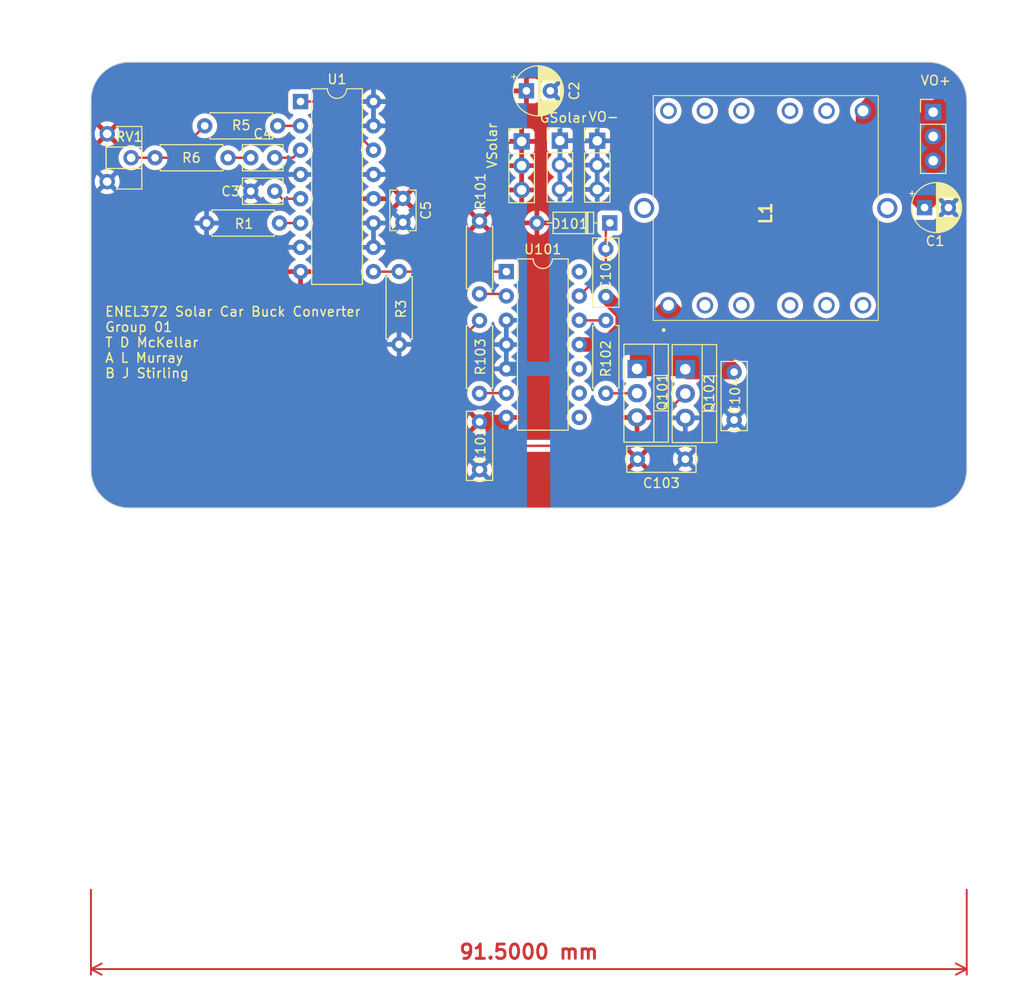
<source format=kicad_pcb>
(kicad_pcb (version 20221018) (generator pcbnew)
  (layers (0 "F.Cu" signal) (31 "B.Cu" signal) (34 "B.Paste" user) (35 "F.Paste" user) (36 "B.SilkS" user "B.Silkscreen") (37 "F.SilkS" user "F.Silkscreen") (38 "B.Mask" user) (39 "F.Mask" user) (44 "Edge.Cuts" user))
  (net 0 "")
  (net 1 "VCC")
  (net 2 "GND")
  (net 3 "Net-(U1-CT)")
  (net 4 "Net-(C4-Pad1)")
  (net 5 "Net-(U1-FB)")
  (net 6 "/VO+")
  (net 7 "HighPWM")
  (net 8 "LowPWM")
  (net 9 "Net-(U1-RT)")
  (net 10 "Net-(U1-E1)")
  (net 11 "Net-(R5-Pad1)")
  (net 12 "Net-(U1-1IN-)")
  (net 13 "Net-(U101-~{SD})")
  (net 14 "Net-(U1-1IN+)")
  (net 19 "/HO")
  (net 20 "/LO")
  (net 21 "/Inductor_In")
  (net 22 "/VB")
  (net 23 "/VS")
  (footprint "CustomFootprints:B65812C1512T001" (layer "F.Cu") (at 248.94 69.605 -90)
    (fp_text reference "L1" (at -9.605 -10.16 90) (layer "F.SilkS") (effects (font (size 1.27 1.27) (thickness 0.254))))
    (fp_text value "94u" hide)
    (pad "1" thru_hole circle (at 0 0 270) (size 1.725 1.725) (drill 1.15) (layers "*.Cu" "*.Mask") (net 21 "/Inductor_In"))
    (pad "2" thru_hole circle (at -20.32 -20.32 270) (size 1.725 1.725) (drill 1.15) (layers "*.Cu" "*.Mask") (net 6 "/VO+"))
    (pad "3" thru_hole circle (at 0 -7.62 270) (size 1.725 1.725) (drill 1.15) (layers "*.Cu" "*.Mask"))
    (pad "4" thru_hole circle (at 0 -12.7 270) (size 1.725 1.725) (drill 1.15) (layers "*.Cu" "*.Mask"))
    (pad "5" thru_hole circle (at 0 -16.51 270) (size 1.725 1.725) (drill 1.15) (layers "*.Cu" "*.Mask"))
    (pad "6" thru_hole circle (at 0 -20.32 270) (size 1.725 1.725) (drill 1.15) (layers "*.Cu" "*.Mask"))
    (pad "7" thru_hole circle (at 0 -3.81 270) (size 1.725 1.725) (drill 1.15) (layers "*.Cu" "*.Mask"))
    (pad "8" thru_hole circle (at -20.32 -16.51 270) (size 1.725 1.725) (drill 1.15) (layers "*.Cu" "*.Mask"))
    (pad "9" thru_hole circle (at -20.32 -12.7 270) (size 1.725 1.725) (drill 1.15) (layers "*.Cu" "*.Mask"))
    (pad "10" thru_hole circle (at -20.32 -7.62 270) (size 1.725 1.725) (drill 1.15) (layers "*.Cu" "*.Mask"))
    (pad "11" thru_hole circle (at -20.32 -3.81 270) (size 1.725 1.725) (drill 1.15) (layers "*.Cu" "*.Mask"))
    (pad "12" thru_hole circle (at -20.32 0 270) (size 1.725 1.725) (drill 1.15) (layers "*.Cu" "*.Mask"))
    (pad "MH1" thru_hole circle (at -10.16 2.54 270) (size 2.1 2.1) (drill 1.4) (layers "*.Cu" "*.Mask"))
    (pad "MH2" thru_hole circle (at -10.16 -22.86 270) (size 2.1 2.1) (drill 1.4) (layers "*.Cu" "*.Mask"))
  )
  (footprint "Resistor_THT:R_Axial_DIN0207_L6.3mm_D2.5mm_P7.62mm_Horizontal" (layer "F.Cu") (at 208.3 61.015 180)
    (fp_text reference "R1" (at 3.7 -0.085) (layer "F.SilkS"))
    (fp_text value "12k")
    (pad "1" thru_hole circle (at 0 0 180) (size 1.6 1.6) (drill 0.8) (layers "*.Cu" "*.Mask") (net 9 "Net-(U1-RT)"))
    (pad "2" thru_hole oval (at 7.62 0 180) (size 1.6 1.6) (drill 0.8) (layers "*.Cu" "*.Mask") (net 2 "GND"))
  )
  (footprint "Capacitor_THT:C_Rect_L7.0mm_W2.5mm_P5.00mm" (layer "F.Cu") (at 250.7 85.7 180)
    (fp_text reference "C103" (at 2.5 -2.5) (layer "F.SilkS"))
    (fp_text value "100n")
    (pad "1" thru_hole circle (at 0 0 180) (size 1.6 1.6) (drill 0.8) (layers "*.Cu" "*.Mask") (net 2 "GND"))
    (pad "2" thru_hole circle (at 5 0 180) (size 1.6 1.6) (drill 0.8) (layers "*.Cu" "*.Mask") (net 1 "VCC"))
  )
  (footprint "Capacitor_THT:CP_Radial_D5.0mm_P2.50mm" (layer "F.Cu") (at 275.694888 59.4)
    (fp_text reference "C1" (at 1.1 3.5 180) (layer "F.SilkS"))
    (fp_text value "16u")
    (pad "1" thru_hole rect (at 0 0) (size 1.6 1.6) (drill 0.8) (layers "*.Cu" "*.Mask") (net 6 "/VO+"))
    (pad "2" thru_hole circle (at 2.5 0) (size 1.6 1.6) (drill 0.8) (layers "*.Cu" "*.Mask") (net 2 "GND"))
  )
  (footprint "Package_TO_SOT_THT:TO-220-3_Vertical" (layer "F.Cu") (at 250.7 76.3 -90)
    (fp_text reference "Q102" (at 2.54 -2.5 90) (layer "F.SilkS"))
    (fp_text value "NMOS")
    (pad "1" thru_hole rect (at 0 0 270) (size 1.905 2) (drill 1.1) (layers "*.Cu" "*.Mask") (net 21 "/Inductor_In"))
    (pad "2" thru_hole oval (at 2.54 0 270) (size 1.905 2) (drill 1.1) (layers "*.Cu" "*.Mask") (net 8 "LowPWM"))
    (pad "3" thru_hole oval (at 5.08 0 270) (size 1.905 2) (drill 1.1) (layers "*.Cu" "*.Mask") (net 2 "GND"))
  )
  (footprint "Capacitor_THT:C_Rect_L7.0mm_W2.5mm_P5.00mm" (layer "F.Cu") (at 229.2 81.8 -90)
    (fp_text reference "C102" (at 2.5 -0.1 90) (layer "F.SilkS"))
    (fp_text value "Capacitor_THT:C_Rect_L4.0mm_W2.5mm_P2.50mm")
    (pad "1" thru_hole circle (at 0 0 270) (size 1.6 1.6) (drill 0.8) (layers "*.Cu" "*.Mask") (net 1 "VCC"))
    (pad "2" thru_hole circle (at 5 0 270) (size 1.6 1.6) (drill 0.8) (layers "*.Cu" "*.Mask") (net 2 "GND"))
  )
  (footprint "Capacitor_THT:C_Rect_L7.0mm_W2.5mm_P5.00mm" (layer "F.Cu") (at 242.4 63.7 -90)
    (fp_text reference "C101" (at 2.4 0 90) (layer "F.SilkS"))
    (fp_text value "10n")
    (pad "1" thru_hole circle (at 0 0 270) (size 1.6 1.6) (drill 0.8) (layers "*.Cu" "*.Mask") (net 22 "/VB"))
    (pad "2" thru_hole circle (at 5 0 270) (size 1.6 1.6) (drill 0.8) (layers "*.Cu" "*.Mask") (net 23 "/VS"))
  )
  (footprint "Resistor_THT:R_Axial_DIN0207_L6.3mm_D2.5mm_P7.62mm_Horizontal" (layer "F.Cu") (at 200.49 50.855)
    (fp_text reference "R5" (at 3.81 -0.055) (layer "F.SilkS"))
    (fp_text value "R")
    (pad "1" thru_hole circle (at 0 0) (size 1.6 1.6) (drill 0.8) (layers "*.Cu" "*.Mask") (net 11 "Net-(R5-Pad1)"))
    (pad "2" thru_hole oval (at 7.62 0) (size 1.6 1.6) (drill 0.8) (layers "*.Cu" "*.Mask") (net 12 "Net-(U1-1IN-)"))
  )
  (footprint "Package_DIP:DIP-14_W7.62mm" (layer "F.Cu") (at 232 66.095)
    (fp_text reference "U101" (at 3.81 -2.33) (layer "F.SilkS"))
    (fp_text value "IRS21844")
    (pad "1" thru_hole rect (at 0 0) (size 1.6 1.6) (drill 0.8) (layers "*.Cu" "*.Mask") (net 10 "Net-(U1-E1)"))
    (pad "2" thru_hole oval (at 0 2.54) (size 1.6 1.6) (drill 0.8) (layers "*.Cu" "*.Mask") (net 13 "Net-(U101-~{SD})"))
    (pad "3" thru_hole oval (at 0 5.08) (size 1.6 1.6) (drill 0.8) (layers "*.Cu" "*.Mask") (net 2 "GND"))
    (pad "4" thru_hole oval (at 0 7.62) (size 1.6 1.6) (drill 0.8) (layers "*.Cu" "*.Mask") (net 2 "GND"))
    (pad "5" thru_hole oval (at 0 10.16) (size 1.6 1.6) (drill 0.8) (layers "*.Cu" "*.Mask") (net 2 "GND"))
    (pad "6" thru_hole oval (at 0 12.7) (size 1.6 1.6) (drill 0.8) (layers "*.Cu" "*.Mask") (net 20 "/LO"))
    (pad "7" thru_hole oval (at 0 15.24) (size 1.6 1.6) (drill 0.8) (layers "*.Cu" "*.Mask") (net 1 "VCC"))
    (pad "8" thru_hole oval (at 7.62 15.24) (size 1.6 1.6) (drill 0.8) (layers "*.Cu" "*.Mask"))
    (pad "9" thru_hole oval (at 7.62 12.7) (size 1.6 1.6) (drill 0.8) (layers "*.Cu" "*.Mask"))
    (pad "10" thru_hole oval (at 7.62 10.16) (size 1.6 1.6) (drill 0.8) (layers "*.Cu" "*.Mask"))
    (pad "11" thru_hole oval (at 7.62 7.62) (size 1.6 1.6) (drill 0.8) (layers "*.Cu" "*.Mask") (net 23 "/VS"))
    (pad "12" thru_hole oval (at 7.62 5.08) (size 1.6 1.6) (drill 0.8) (layers "*.Cu" "*.Mask") (net 19 "/HO"))
    (pad "13" thru_hole oval (at 7.62 2.54) (size 1.6 1.6) (drill 0.8) (layers "*.Cu" "*.Mask") (net 22 "/VB"))
    (pad "14" thru_hole oval (at 7.62 0) (size 1.6 1.6) (drill 0.8) (layers "*.Cu" "*.Mask"))
  )
  (footprint "Capacitor_THT:C_Rect_L4.0mm_W2.5mm_P2.50mm" (layer "F.Cu") (at 221.2 60.94 90)
    (fp_text reference "C5" (at 1.25 2.4 90) (layer "F.SilkS"))
    (fp_text value "100n")
    (pad "1" thru_hole circle (at 0 0 90) (size 1.6 1.6) (drill 0.8) (layers "*.Cu" "*.Mask") (net 2 "GND"))
    (pad "2" thru_hole circle (at 2.5 0 90) (size 1.6 1.6) (drill 0.8) (layers "*.Cu" "*.Mask") (net 1 "VCC"))
  )
  (footprint "Resistor_THT:R_Axial_DIN0207_L6.3mm_D2.5mm_P7.62mm_Horizontal" (layer "F.Cu") (at 220.8 66.08 -90)
    (fp_text reference "R3" (at 3.92 -0.2 90) (layer "F.SilkS"))
    (fp_text value "R")
    (pad "1" thru_hole circle (at 0 0 270) (size 1.6 1.6) (drill 0.8) (layers "*.Cu" "*.Mask") (net 10 "Net-(U1-E1)"))
    (pad "2" thru_hole oval (at 7.62 0 270) (size 1.6 1.6) (drill 0.8) (layers "*.Cu" "*.Mask") (net 2 "GND"))
  )
  (footprint "Capacitor_THT:C_Rect_L7.0mm_W2.5mm_P5.00mm" (layer "F.Cu") (at 255.8 76.6 -90)
    (fp_text reference "C104" (at 2.5 -0.1 90) (layer "F.SilkS"))
    (fp_text value "100n")
    (pad "1" thru_hole circle (at 0 0 270) (size 1.6 1.6) (drill 0.8) (layers "*.Cu" "*.Mask") (net 21 "/Inductor_In"))
    (pad "2" thru_hole circle (at 5 0 270) (size 1.6 1.6) (drill 0.8) (layers "*.Cu" "*.Mask") (net 2 "GND"))
  )
  (footprint "Resistor_THT:R_Axial_DIN0207_L6.3mm_D2.5mm_P7.62mm_Horizontal" (layer "F.Cu") (at 229.2 60.8 -90)
    (fp_text reference "R101" (at -3.1 -0.1 90) (layer "F.SilkS"))
    (fp_text value "10k")
    (pad "1" thru_hole circle (at 0 0 270) (size 1.6 1.6) (drill 0.8) (layers "*.Cu" "*.Mask") (net 1 "VCC"))
    (pad "2" thru_hole oval (at 7.62 0 270) (size 1.6 1.6) (drill 0.8) (layers "*.Cu" "*.Mask") (net 13 "Net-(U101-~{SD})"))
  )
  (footprint "Connector_PinHeader_2.54mm:PinHeader_1x03_P2.54mm_Vertical" (layer "F.Cu") (at 237.6 52.4)
    (fp_text reference "J101" hide)
    (fp_text value "Conn_01x03")
    (pad "1" thru_hole rect (at 0 0) (size 1.7 1.7) (drill 1) (layers "*.Cu" "*.Mask") (net 2 "GND"))
    (pad "2" thru_hole oval (at 0 2.54) (size 1.7 1.7) (drill 1) (layers "*.Cu" "*.Mask") (net 2 "GND"))
    (pad "3" thru_hole oval (at 0 5.08) (size 1.7 1.7) (drill 1) (layers "*.Cu" "*.Mask") (net 2 "GND"))
  )
  (footprint "Resistor_THT:R_Axial_DIN0207_L6.3mm_D2.5mm_P7.62mm_Horizontal" (layer "F.Cu") (at 242.4 71.19 -90)
    (fp_text reference "R102" (at 4.01 0 90) (layer "F.SilkS"))
    (fp_text value "10")
    (pad "1" thru_hole circle (at 0 0 270) (size 1.6 1.6) (drill 0.8) (layers "*.Cu" "*.Mask") (net 19 "/HO"))
    (pad "2" thru_hole oval (at 7.62 0 270) (size 1.6 1.6) (drill 0.8) (layers "*.Cu" "*.Mask") (net 7 "HighPWM"))
  )
  (footprint "Capacitor_THT:C_Rect_L4.0mm_W2.5mm_P2.50mm" (layer "F.Cu") (at 207.8 57.69 180)
    (fp_text reference "C3" (at 4.6 -0.01) (layer "F.SilkS"))
    (fp_text value "1n")
    (pad "1" thru_hole circle (at 0 0 180) (size 1.6 1.6) (drill 0.8) (layers "*.Cu" "*.Mask") (net 3 "Net-(U1-CT)"))
    (pad "2" thru_hole circle (at 2.5 0 180) (size 1.6 1.6) (drill 0.8) (layers "*.Cu" "*.Mask") (net 2 "GND"))
  )
  (footprint "Diode_THT:D_DO-35_SOD27_P7.62mm_Horizontal" (layer "F.Cu") (at 242.81 61 180)
    (fp_text reference "D101" (at 4.21 -0.1) (layer "F.SilkS"))
    (fp_text value "UC_D_SCHOTTKY")
    (fp_text user "K" (at 0 -1.8) (layer "F.SilkS"))
    (pad "1" thru_hole rect (at 0 0 180) (size 1.6 1.6) (drill 0.8) (layers "*.Cu" "*.Mask") (net 22 "/VB"))
    (pad "2" thru_hole oval (at 7.62 0 180) (size 1.6 1.6) (drill 0.8) (layers "*.Cu" "*.Mask") (net 1 "VCC"))
  )
  (footprint "Resistor_THT:R_Axial_DIN0207_L6.3mm_D2.5mm_P7.62mm_Horizontal" (layer "F.Cu") (at 195.3 54.19)
    (fp_text reference "R6" (at 3.8 0.01) (layer "F.SilkS"))
    (fp_text value "R")
    (pad "1" thru_hole circle (at 0 0) (size 1.6 1.6) (drill 0.8) (layers "*.Cu" "*.Mask") (net 11 "Net-(R5-Pad1)"))
    (pad "2" thru_hole oval (at 7.62 0) (size 1.6 1.6) (drill 0.8) (layers "*.Cu" "*.Mask") (net 4 "Net-(C4-Pad1)"))
  )
  (footprint "Package_DIP:DIP-16_W7.62mm" (layer "F.Cu") (at 210.5 48.315)
    (fp_text reference "U1" (at 3.81 -2.33) (layer "F.SilkS"))
    (fp_text value "TL494")
    (pad "1" thru_hole rect (at 0 0) (size 1.6 1.6) (drill 0.8) (layers "*.Cu" "*.Mask") (net 14 "Net-(U1-1IN+)"))
    (pad "2" thru_hole oval (at 0 2.54) (size 1.6 1.6) (drill 0.8) (layers "*.Cu" "*.Mask") (net 12 "Net-(U1-1IN-)"))
    (pad "3" thru_hole oval (at 0 5.08) (size 1.6 1.6) (drill 0.8) (layers "*.Cu" "*.Mask") (net 5 "Net-(U1-FB)"))
    (pad "4" thru_hole oval (at 0 7.62) (size 1.6 1.6) (drill 0.8) (layers "*.Cu" "*.Mask") (net 2 "GND"))
    (pad "5" thru_hole oval (at 0 10.16) (size 1.6 1.6) (drill 0.8) (layers "*.Cu" "*.Mask") (net 3 "Net-(U1-CT)"))
    (pad "6" thru_hole oval (at 0 12.7) (size 1.6 1.6) (drill 0.8) (layers "*.Cu" "*.Mask") (net 9 "Net-(U1-RT)"))
    (pad "7" thru_hole oval (at 0 15.24) (size 1.6 1.6) (drill 0.8) (layers "*.Cu" "*.Mask") (net 2 "GND"))
    (pad "8" thru_hole oval (at 0 17.78) (size 1.6 1.6) (drill 0.8) (layers "*.Cu" "*.Mask") (net 1 "VCC"))
    (pad "9" thru_hole oval (at 7.62 17.78) (size 1.6 1.6) (drill 0.8) (layers "*.Cu" "*.Mask") (net 10 "Net-(U1-E1)"))
    (pad "10" thru_hole oval (at 7.62 15.24) (size 1.6 1.6) (drill 0.8) (layers "*.Cu" "*.Mask") (net 2 "GND"))
    (pad "11" thru_hole oval (at 7.62 12.7) (size 1.6 1.6) (drill 0.8) (layers "*.Cu" "*.Mask") (net 2 "GND"))
    (pad "12" thru_hole oval (at 7.62 10.16) (size 1.6 1.6) (drill 0.8) (layers "*.Cu" "*.Mask") (net 1 "VCC"))
    (pad "13" thru_hole oval (at 7.62 7.62) (size 1.6 1.6) (drill 0.8) (layers "*.Cu" "*.Mask") (net 2 "GND"))
    (pad "14" thru_hole oval (at 7.62 5.08) (size 1.6 1.6) (drill 0.8) (layers "*.Cu" "*.Mask") (net 14 "Net-(U1-1IN+)"))
    (pad "15" thru_hole oval (at 7.62 2.54) (size 1.6 1.6) (drill 0.8) (layers "*.Cu" "*.Mask") (net 2 "GND"))
    (pad "16" thru_hole oval (at 7.62 0) (size 1.6 1.6) (drill 0.8) (layers "*.Cu" "*.Mask") (net 2 "GND"))
  )
  (footprint "Connector_PinHeader_2.54mm:PinHeader_1x03_P2.54mm_Vertical" (layer "F.Cu") (at 241.5 52.42)
    (fp_text reference "J104" hide)
    (fp_text value "Conn_01x03")
    (pad "1" thru_hole rect (at 0 0) (size 1.7 1.7) (drill 1) (layers "*.Cu" "*.Mask") (net 2 "GND"))
    (pad "2" thru_hole oval (at 0 2.54) (size 1.7 1.7) (drill 1) (layers "*.Cu" "*.Mask") (net 2 "GND"))
    (pad "3" thru_hole oval (at 0 5.08) (size 1.7 1.7) (drill 1) (layers "*.Cu" "*.Mask") (net 2 "GND"))
  )
  (footprint "Connector_PinHeader_2.54mm:PinHeader_1x03_P2.54mm_Vertical" (layer "F.Cu") (at 233.6 52.48)
    (fp_text reference "J102" hide)
    (fp_text value "Conn_01x03")
    (pad "1" thru_hole rect (at 0 0) (size 1.7 1.7) (drill 1) (layers "*.Cu" "*.Mask") (net 1 "VCC"))
    (pad "2" thru_hole oval (at 0 2.54) (size 1.7 1.7) (drill 1) (layers "*.Cu" "*.Mask") (net 1 "VCC"))
    (pad "3" thru_hole oval (at 0 5.08) (size 1.7 1.7) (drill 1) (layers "*.Cu" "*.Mask") (net 1 "VCC"))
  )
  (footprint "Resistor_THT:R_Axial_DIN0207_L6.3mm_D2.5mm_P7.62mm_Horizontal" (layer "F.Cu") (at 229.2 78.82 90)
    (fp_text reference "R103" (at 3.82 0.1 90) (layer "F.SilkS"))
    (fp_text value "10")
    (pad "1" thru_hole circle (at 0 0 90) (size 1.6 1.6) (drill 0.8) (layers "*.Cu" "*.Mask") (net 20 "/LO"))
    (pad "2" thru_hole oval (at 7.62 0 90) (size 1.6 1.6) (drill 0.8) (layers "*.Cu" "*.Mask") (net 8 "LowPWM"))
  )
  (footprint "Package_TO_SOT_THT:TO-220-3_Vertical" (layer "F.Cu") (at 245.655 76.26 -90)
    (fp_text reference "Q101" (at 2.44 -2.645 90) (layer "F.SilkS"))
    (fp_text value "NMOS")
    (pad "1" thru_hole rect (at 0 0 270) (size 1.905 2) (drill 1.1) (layers "*.Cu" "*.Mask") (net 21 "/Inductor_In"))
    (pad "2" thru_hole oval (at 2.54 0 270) (size 1.905 2) (drill 1.1) (layers "*.Cu" "*.Mask") (net 7 "HighPWM"))
    (pad "3" thru_hole oval (at 5.08 0 270) (size 1.905 2) (drill 1.1) (layers "*.Cu" "*.Mask") (net 1 "VCC"))
  )
  (footprint "Potentiometer_THT:Potentiometer_ACP_CA6-H2,5_Horizontal" (layer "F.Cu") (at 190.3 51.69)
    (fp_text reference "RV1" (at 2.3 0.31) (layer "F.SilkS"))
    (fp_text value "R_Potentiometer")
    (pad "1" thru_hole circle (at 0 0) (size 1.62 1.62) (drill 0.9) (layers "*.Cu" "*.Mask") (net 1 "VCC"))
    (pad "2" thru_hole circle (at 2.5 2.5) (size 1.62 1.62) (drill 0.9) (layers "*.Cu" "*.Mask") (net 11 "Net-(R5-Pad1)"))
    (pad "3" thru_hole circle (at 0 5) (size 1.62 1.62) (drill 0.9) (layers "*.Cu" "*.Mask") (net 2 "GND"))
  )
  (footprint "Connector_PinHeader_2.54mm:PinHeader_1x03_P2.54mm_Vertical" (layer "F.Cu") (at 276.6 49.42)
    (fp_text reference "J103" hide)
    (fp_text value "Conn_01x03")
    (pad "1" thru_hole rect (at 0 0) (size 1.7 1.7) (drill 1) (layers "*.Cu" "*.Mask") (net 6 "/VO+"))
    (pad "2" thru_hole oval (at 0 2.54) (size 1.7 1.7) (drill 1) (layers "*.Cu" "*.Mask") (net 6 "/VO+"))
    (pad "3" thru_hole oval (at 0 5.08) (size 1.7 1.7) (drill 1) (layers "*.Cu" "*.Mask") (net 6 "/VO+"))
  )
  (footprint "Capacitor_THT:CP_Radial_D5.0mm_P2.50mm" (layer "F.Cu") (at 234.1 47.2)
    (fp_text reference "C2" (at 5 0 90) (layer "F.SilkS"))
    (fp_text value "330u")
    (pad "1" thru_hole rect (at 0 0) (size 1.6 1.6) (drill 0.8) (layers "*.Cu" "*.Mask") (net 1 "VCC"))
    (pad "2" thru_hole circle (at 2.5 0) (size 1.6 1.6) (drill 0.8) (layers "*.Cu" "*.Mask") (net 2 "GND"))
  )
  (footprint "Capacitor_THT:C_Rect_L4.0mm_W2.5mm_P2.50mm" (layer "F.Cu") (at 205.3 54.19)
    (fp_text reference "C4" (at 1.25 -2.5) (layer "F.SilkS"))
    (fp_text value "C")
    (pad "1" thru_hole circle (at 0 0) (size 1.6 1.6) (drill 0.8) (layers "*.Cu" "*.Mask") (net 4 "Net-(C4-Pad1)"))
    (pad "2" thru_hole circle (at 2.5 0) (size 1.6 1.6) (drill 0.8) (layers "*.Cu" "*.Mask") (net 5 "Net-(U1-FB)"))
  )
  (gr_line (start 280.1 48.2) (end 280.1 86.8) (stroke (width 0.1)) (layer "Edge.Cuts"))
  (gr_line (start 276.1 44.2) (end 192.6 44.2) (stroke (width 0.1)) (layer "Edge.Cuts"))
  (gr_arc (start 192.6 90.8) (mid 189.771573 89.628427) (end 188.6 86.8) (stroke (width 0.1)) (layer "Edge.Cuts"))
  (gr_arc (start 188.6 48.2) (mid 189.771573 45.371573) (end 192.6 44.2) (stroke (width 0.1)) (layer "Edge.Cuts"))
  (gr_arc (start 280.1 86.8) (mid 278.928427 89.628427) (end 276.1 90.8) (stroke (width 0.1)) (layer "Edge.Cuts"))
  (gr_arc (start 276.1 44.2) (mid 278.928427 45.371573) (end 280.1 48.2) (stroke (width 0.1)) (layer "Edge.Cuts"))
  (gr_line (start 188.6 48.2) (end 188.6 86.8) (stroke (width 0.1)) (layer "Edge.Cuts"))
  (gr_line (start 276.1 90.8) (end 192.6 90.8) (stroke (width 0.1)) (layer "Edge.Cuts"))
  (gr_text "GSolar" (at 235.4 50.6) (layer "F.SilkS") (effects (font (size 1 1)) (justify left bottom)))
  (gr_text "VO+" (at 275.2 46.7) (layer "F.SilkS") (effects (font (size 1 1)) (justify left bottom)))
  (gr_text "VO-" (at 240.5 50.5) (layer "F.SilkS") (effects (font (size 1 1)) (justify left bottom)))
  (gr_text "ENEL372 Solar Car Buck Converter\nGroup 01\nT D McKellar\nA L Murray\nB J Stirling" (at 190 77.3) (layer "F.SilkS") (effects (font (size 1 1)) (justify left bottom)))
  (gr_text "VSolar\n" (at 231.1 55.4 90) (layer "F.SilkS") (effects (font (size 1 1)) (justify left bottom)))
  (dimension (type aligned) (layer "F.Cu") (pts (xy 280.1 130.2) (xy 188.6 130.2)) (height -8.8) (gr_text "91.5000 mm" (at 234.35 137.2) (layer "F.Cu") (effects (font (size 1.5 1.5) (thickness 0.3)))) (format (prefix "") (suffix "") (units 3) (units_format 1) (precision 4)) (style (thickness 0.2) (arrow_length 1.27) (text_position_mode 0) (extension_height 0.58642) (extension_offset 0.5) keep_text_aligned))
  (segment (start 231.535 81.8) (end 232 81.335) (width 1.5) (layer "F.Cu") (net 1))
  (segment (start 229.2 81.8) (end 231.535 81.8) (width 1.5) (layer "F.Cu") (net 1))
  (segment (start 232 76.255) (end 236.4 76.255) (width 1.5) (layer "B.Cu") (net 2))
  (segment (start 233.1 45) (end 237.5 45) (width 1.5) (layer "B.Cu") (net 2))
  (segment (start 208.585 58.475) (end 207.8 57.69) (width 0.25) (layer "F.Cu") (net 3))
  (segment (start 210.5 58.475) (end 208.585 58.475) (width 0.25) (layer "F.Cu") (net 3))
  (segment (start 202.92 54.19) (end 205.3 54.19) (width 0.25) (layer "F.Cu") (net 4))
  (segment (start 209.705 54.19) (end 210.5 53.395) (width 0.25) (layer "F.Cu") (net 5))
  (segment (start 207.8 54.19) (end 209.705 54.19) (width 0.25) (layer "F.Cu") (net 5))
  (segment (start 269.9 52.64) (end 272.14 52.64) (width 1.5) (layer "F.Cu") (net 6))
  (segment (start 274.585585 53.285585) (end 275.5 54.2) (width 1.5) (layer "F.Cu") (net 6))
  (segment (start 270.6 51.1) (end 269.9375 50.4375) (width 1.5) (layer "F.Cu") (net 6))
  (segment (start 270 48.5) (end 270 48.545) (width 1.5) (layer "F.Cu") (net 6))
  (segment (start 275.5 53.285585) (end 275.5 54.2) (width 1.5) (layer "F.Cu") (net 6))
  (segment (start 274.3 57.8) (end 272.8 56.3) (width 1.5) (layer "F.Cu") (net 6))
  (segment (start 274.94 52.84) (end 274 51.9) (width 1.5) (layer "F.Cu") (net 6))
  (segment (start 277.6 53.2) (end 277.6 53.9) (width 1.5) (layer "F.Cu") (net 6))
  (segment (start 274 49.385) (end 274.1 49.285) (width 1.5) (layer "F.Cu") (net 6))
  (segment (start 278.2 49.694415) (end 277.6 50.294415) (width 1.5) (layer "F.Cu") (net 6))
  (segment (start 275.054415 49.24) (end 274.647207 49.647207) (width 1.5) (layer "F.Cu") (net 6))
  (segment (start 269.26 52.64) (end 269.26 49.285) (width 1.5) (layer "F.Cu") (net 6))
  (segment (start 269.26 49.285) (end 269.9375 49.9625) (width 1.5) (layer "F.Cu") (net 6))
  (segment (start 276.6 51.96) (end 274.647207 50.007207) (width 1.5) (layer "F.Cu") (net 6))
  (segment (start 275.8 48.5) (end 275.805586 48.5) (width 1.5) (layer "F.Cu") (net 6))
  (segment (start 272.3 53.4) (end 271.1 54.6) (width 1.5) (layer "F.Cu") (net 6))
  (segment (start 274.2 54.7) (end 273.55 54.05) (width 1.5) (layer "F.Cu") (net 6))
  (segment (start 275.694888 56.194888) (end 274.2 54.7) (width 1.5) (layer "F.Cu") (net 6))
  (segment (start 277.6 50.294415) (end 277.6 51.9) (width 1.5) (layer "F.Cu") (net 6))
  (segment (start 273.55 54.05) (end 272.9 53.4) (width 1.5) (layer "F.Cu") (net 6))
  (segment (start 276.9 58) (end 277.6 57.3) (width 1.5) (layer "F.Cu") (net 6))
  (segment (start 271.95 55.45) (end 271.1 54.6) (width 1.5) (layer "F.Cu") (net 6))
  (segment (start 276.66 52.84) (end 276.55 52.95) (width 1.5) (layer "F.Cu") (net 6))
  (segment (start 277.302793 49.997207) (end 277.452793 50.147207) (width 1.5) (layer "F.Cu") (net 6))
  (segment (start 273.35 54.05) (end 273.55 54.05) (width 1.5) (layer "F.Cu") (net 6))
  (segment (start 275.4 48.5) (end 275.8 48.5) (width 1.5) (layer "F.Cu") (net 6))
  (segment (start 269.26 49.285) (end 270.515 49.285) (width 1.5) (layer "F.Cu") (net 6))
  (segment (start 277.6 51.9) (end 277.6 53.2) (width 1.5) (layer "F.Cu") (net 6))
  (segment (start 275.694888 59.4) (end 275.694888 59.194888) (width 1.5) (layer "F.Cu") (net 6))
  (segment (start 275.585585 53.2) (end 275.5 53.285585) (width 1.5) (layer "F.Cu") (net 6))
  (segment (start 275.9 51.4) (end 277.302793 49.997207) (width 1.5) (layer "F.Cu") (net 6))
  (segment (start 271.16 52.64) (end 271.8875 51.9125) (width 1.5) (layer "F.Cu") (net 6))
  (segment (start 271.92 53.4) (end 271.16 52.64) (width 1.5) (layer "F.Cu") (net 6))
  (segment (start 269.9 52.64) (end 271.16 52.64) (width 1.5) (layer "F.Cu") (net 6))
  (segment (start 276.66 52.84) (end 274.94 52.84) (width 1.5) (layer "F.Cu") (net 6))
  (segment (start 274.647207 49.647207) (end 274 50.294415) (width 1.5) (layer "F.Cu") (net 6))
  (segment (start 274 51.4) (end 275.9 51.4) (width 1.5) (layer "F.Cu") (net 6))
  (segment (start 275.694888 58) (end 275.694888 57.2) (width 1.5) (layer "F.Cu") (net 6))
  (segment (start 269.9 51.8) (end 269.9 52.64) (width 1.5) (layer "F.Cu") (net 6))
  (segment (start 275.5 56) (end 274.2 54.7) (width 1.5) (layer "F.Cu") (net 6))
  (segment (start 275.694888 59.4) (end 275.694888 58) (width 1.5) (layer "F.Cu") (net 6))
  (segment (start 276.55 52.95) (end 276.55 54.95) (width 1.5) (layer "F.Cu") (net 6))
  (segment (start 274.2 53.285585) (end 275.5 53.285585) (width 1.5) (layer "F.Cu") (net 6))
  (segment (start 269.26 49.285) (end 272.9 49.285) (width 1.5) (layer "F.Cu") (net 6))
  (segment (start 275.694888 58) (end 276.9 58) (width 1.5) (layer "F.Cu") (net 6))
  (segment (start 277.6 50.294415) (end 277.6 53.9) (width 1.5) (layer "F.Cu") (net 6))
  (segment (start 269.26 49.285) (end 271.8875 51.9125) (width 1.5) (layer "F.Cu") (net 6))
  (segment (start 271.1 54.6) (end 269.2 52.7) (width 1.5) (layer "F.Cu") (net 6))
  (segment (start 272.9 50.5) (end 272.9 49.285) (width 1.5) (layer "F.Cu") (net 6))
  (segment (start 270.6 51.1) (end 269.9 51.8) (width 1.5) (layer "F.Cu") (net 6))
  (segment (start 277.052793 49.747207) (end 276.545585 49.24) (width 1.5) (layer "F.Cu") (net 6))
  (segment (start 270 48.545) (end 269.26 49.285) (width 1.5) (layer "F.Cu") (net 6))
  (segment (start 269.9375 49.9625) (end 273.260585 53.285585) (width 1.5) (layer "F.Cu") (net 6))
  (segment (start 275.794888 57.3) (end 277.6 57.3) (width 1.5) (layer "F.Cu") (net 6))
  (segment (start 277.6 56.4) (end 275.7 56.4) (width 1.5) (layer "F.Cu") (net 6))
  (segment (start 277.6 57.3) (end 277.6 56.4) (width 1.5) (layer "F.Cu") (net 6))
  (segment (start 274.2 53.285585) (end 274 53.085585) (width 1.5) (layer "F.Cu") (net 6))
  (segment (start 274.1 49.285) (end 275.015 49.285) (width 1.5) (layer "F.Cu") (net 6))
  (segment (start 272.9 53.4) (end 272.3 53.4) (width 1.5) (layer "F.Cu") (net 6))
  (segment (start 271.95 55.45) (end 273.35 54.05) (width 1.5) (layer "F.Cu") (net 6))
  (segment (start 272.8 56.3) (end 271.95 55.45) (width 1.5) (layer "F.Cu") (net 6))
  (segment (start 274 51.9) (end 274 51.4) (width 1.5) (layer "F.Cu") (net 6))
  (segment (start 277.6 51.9) (end 276.66 52.84) (width 1.5) (layer "F.Cu") (net 6))
  (segment (start 277.6 53.9) (end 276.55 54.95) (width 1.5) (layer "F.Cu") (net 6))
  (segment (start 275.694888 59.194888) (end 274.3 57.8) (width 1.5) (layer "F.Cu") (net 6))
  (segment (start 275.8 48.5) (end 275.805585 48.5) (width 1.5) (layer "F.Cu") (net 6))
  (segment (start 276.55 54.95) (end 275.5 56) (width 1.5) (layer "F.Cu") (net 6))
  (segment (start 272.9 53.4) (end 272.9 50.5) (width 1.5) (layer "F.Cu") (net 6))
  (segment (start 271.73 50.5) (end 270.515 49.285) (width 1.5) (layer "F.Cu") (net 6))
  (segment (start 272.9 52.925) (end 272.9 53.4) (width 1.5) (layer "F.Cu") (net 6))
  (segment (start 274 50.294415) (end 274 51.4) (width 1.5) (layer "F.Cu") (net 6))
  (segment (start 275.694888 59.4) (end 275.694888 59.205112) (width 1.5) (layer "F.Cu") (net 6))
  (segment (start 275.015 49.285) (end 275.8 48.5) (width 1.5) (layer "F.Cu") (net 6))
  (segment (start 271.3 48.5) (end 275.4 48.5) (width 1.5) (layer "F.Cu") (net 6))
  (segment (start 274.2 53.285585) (end 274.585585 53.285585) (width 1.5) (layer "F.Cu") (net 6))
  (segment (start 275.2 56.3) (end 275.5 56) (width 1.5) (layer "F.Cu") (net 6))
  (segment (start 274.647207 50.007207) (end 274.647207 49.647207) (width 1.5) (layer "F.Cu") (net 6))
  (segment (start 272.3 53.4) (end 271.92 53.4) (width 1.5) (layer "F.Cu") (net 6))
  (segment (start 274 51.4) (end 274 49.385) (width 1.5) (layer "F.Cu") (net 6))
  (segment (start 270.515 49.285) (end 271.3 48.5) (width 1.5) (layer "F.Cu") (net 6))
  (segment (start 272.9 50.5) (end 271.73 50.5) (width 1.5) (layer "F.Cu") (net 6))
  (segment (start 277.452793 50.147207) (end 277.6 50.294415) (width 1.5) (layer "F.Cu") (net 6))
  (segment (start 271.8875 51.9125) (end 272.9 52.925) (width 1.5) (layer "F.Cu") (net 6))
  (segment (start 275.2 56.9) (end 274.3 57.8) (width 1.5) (layer "F.Cu") (net 6))
  (segment (start 273.260585 53.285585) (end 274.2 53.285585) (width 1.5) (layer "F.Cu") (net 6))
  (segment (start 276.545585 49.24) (end 275.054415 49.24) (width 1.5) (layer "F.Cu") (net 6))
  (segment (start 272.14 52.64) (end 272.9 53.4) (width 1.5) (layer "F.Cu") (net 6))
  (segment (start 277.6 53.2) (end 275.585585 53.2) (width 1.5) (layer "F.Cu") (net 6))
  (segment (start 277.6 56.4) (end 277.6 53.9) (width 1.5) (layer "F.Cu") (net 6))
  (segment (start 269.9375 50.4375) (end 269.9375 49.9625) (width 1.5) (layer "F.Cu") (net 6))
  (segment (start 275.805586 48.5) (end 277.452793 50.147207) (width 1.5) (layer "F.Cu") (net 6))
  (segment (start 271.3 48.5) (end 270 48.5) (width 1.5) (layer "F.Cu") (net 6))
  (segment (start 275.7 56.4) (end 275.2 56.9) (width 1.5) (layer "F.Cu") (net 6))
  (segment (start 277.005585 48.5) (end 275.4 48.5) (width 1.5) (layer "F.Cu") (net 6))
  (segment (start 275.2 56.3) (end 275.2 56.9) (width 1.5) (layer "F.Cu") (net 6))
  (segment (start 272.8 56.1) (end 272.8 56.3) (width 1.5) (layer "F.Cu") (net 6))
  (segment (start 272.9 49.285) (end 274.1 49.285) (width 1.5) (layer "F.Cu") (net 6))
  (segment (start 275.694888 59.205112) (end 277.6 57.3) (width 1.5) (layer "F.Cu") (net 6))
  (segment (start 269.26 52.64) (end 269.9 52.64) (width 1.5) (layer "F.Cu") (net 6))
  (segment (start 278.2 49.694415) (end 277.005585 48.5) (width 1.5) (layer "F.Cu") (net 6))
  (segment (start 274 53.085585) (end 274 51.9) (width 1.5) (layer "F.Cu") (net 6))
  (segment (start 269.2 52.7) (end 269.26 52.64) (width 1.5) (layer "F.Cu") (net 6))
  (segment (start 274.2 54.7) (end 272.8 56.1) (width 1.5) (layer "F.Cu") (net 6))
  (segment (start 273.55 54.05) (end 270.6 51.1) (width 1.5) (layer "F.Cu") (net 6))
  (segment (start 275.805585 48.5) (end 277.052793 49.747207) (width 1.5) (layer "F.Cu") (net 6))
  (segment (start 275.694888 57.2) (end 275.694888 56.194888) (width 1.5) (layer "F.Cu") (net 6))
  (segment (start 272.8 56.3) (end 275.2 56.3) (width 1.5) (layer "F.Cu") (net 6))
  (segment (start 275.5 54.2) (end 275.5 56) (width 1.5) (layer "F.Cu") (net 6))
  (segment (start 275.694888 57.2) (end 275.794888 57.3) (width 1.5) (layer "F.Cu") (net 6))
  (segment (start 277.052793 49.747207) (end 277.302793 49.997207) (width 1.5) (layer "F.Cu") (net 6))
  (segment (start 245.645 78.81) (end 245.655 78.8) (width 0.25) (layer "F.Cu") (net 7))
  (segment (start 242.4 78.81) (end 245.645 78.81) (width 0.25) (layer "F.Cu") (net 7))
  (segment (start 225.4 75) (end 225.4 82.4) (width 0.25) (layer "F.Cu") (net 8))
  (segment (start 227.3 84.3) (end 240.6 84.3) (width 0.25) (layer "F.Cu") (net 8))
  (segment (start 248.3 87.5) (end 246.5 89.3) (width 0.25) (layer "F.Cu") (net 8))
  (segment (start 248.3 81.24) (end 248.3 87.5) (width 0.25) (layer "F.Cu") (net 8))
  (segment (start 225.4 82.4) (end 227.3 84.3) (width 0.25) (layer "F.Cu") (net 8))
  (segment (start 229.2 71.2) (end 225.4 75) (width 0.25) (layer "F.Cu") (net 8))
  (segment (start 240.6 84.3) (end 245.6 89.3) (width 0.25) (layer "F.Cu") (net 8))
  (segment (start 250.7 78.84) (end 248.3 81.24) (width 0.25) (layer "F.Cu") (net 8))
  (segment (start 245.6 89.3) (end 246.5 89.3) (width 0.25) (layer "F.Cu") (net 8))
  (segment (start 208.3 61.015) (end 210.5 61.015) (width 0.25) (layer "F.Cu") (net 9))
  (segment (start 218.12 66.095) (end 220.785 66.095) (width 0.25) (layer "F.Cu") (net 10))
  (segment (start 232 66.095) (end 220.815 66.095) (width 0.25) (layer "F.Cu") (net 10))
  (segment (start 220.815 66.095) (end 220.8 66.08) (width 0.25) (layer "F.Cu") (net 10))
  (segment (start 220.785 66.095) (end 220.8 66.08) (width 0.25) (layer "F.Cu") (net 10))
  (segment (start 197.155 54.19) (end 200.49 50.855) (width 0.25) (layer "F.Cu") (net 11))
  (segment (start 192.8 54.19) (end 195.3 54.19) (width 0.25) (layer "F.Cu") (net 11))
  (segment (start 195.3 54.19) (end 197.155 54.19) (width 0.25) (layer "F.Cu") (net 11))
  (segment (start 208.11 50.855) (end 210.5 50.855) (width 0.25) (layer "F.Cu") (net 12))
  (segment (start 231.785 68.42) (end 232 68.635) (width 0.25) (layer "F.Cu") (net 13))
  (segment (start 229.2 68.42) (end 231.785 68.42) (width 0.25) (layer "F.Cu") (net 13))
  (segment (start 210.5 48.315) (end 213.04 48.315) (width 0.25) (layer "F.Cu") (net 14))
  (segment (start 213.04 48.315) (end 218.12 53.395) (width 0.25) (layer "F.Cu") (net 14))
  (segment (start 239.635 71.19) (end 239.62 71.175) (width 0.25) (layer "F.Cu") (net 19))
  (segment (start 242.4 71.19) (end 239.635 71.19) (width 0.25) (layer "F.Cu") (net 19))
  (segment (start 232 78.795) (end 229.225 78.795) (width 0.25) (layer "F.Cu") (net 20))
  (segment (start 229.225 78.795) (end 229.2 78.82) (width 0.25) (layer "F.Cu") (net 20))
  (segment (start 251 76.6) (end 250.7 76.3) (width 1.5) (layer "F.Cu") (net 21))
  (segment (start 245.9725 72.5725) (end 246.5725 71.9725) (width 1.5) (layer "F.Cu") (net 21))
  (segment (start 245.655 72.89) (end 245.9725 72.5725) (width 1.5) (layer "F.Cu") (net 21))
  (segment (start 245.655 76.26) (end 250.66 76.26) (width 1.5) (layer "F.Cu") (net 21))
  (segment (start 252.5175 73.1825) (end 251.3175 73.1825) (width 1.5) (layer "F.Cu") (net 21))
  (segment (start 246.5725 71.9725) (end 247.0225 71.5225) (width 1.5) (layer "F.Cu") (net 21))
  (segment (start 245.655 76.245) (end 247.4 74.5) (width 1.5) (layer "F.Cu") (net 21))
  (segment (start 247.4 72.8) (end 247.4 73.5) (width 1.5) (layer "F.Cu") (net 21))
  (segment (start 246.9 73.5) (end 246.655 73.5) (width 1.5) (layer "F.Cu") (net 21))
  (segment (start 248.94 71.9) (end 248.5625 71.5225) (width 1.5) (layer "F.Cu") (net 21))
  (segment (start 254.2 76.6) (end 251 76.6) (width 1.5) (layer "F.Cu") (net 21))
  (segment (start 248.04 72.8) (end 248.94 71.9) (width 1.5) (layer "F.Cu") (net 21))
  (segment (start 253.0675 73.7325) (end 252.5175 73.1825) (width 1.5) (layer "F.Cu") (net 21))
  (segment (start 253.5 76.6) (end 254.2 76.6) (width 1.5) (layer "F.Cu") (net 21))
  (segment (start 247.4 74.5) (end 248.94 72.96) (width 1.5) (layer "F.Cu") (net 21))
  (segment (start 245.655 76.26) (end 245.655 76.245) (width 1.5) (layer "F.Cu") (net 21))
  (segment (start 247.5 76.25) (end 249.05 74.7) (width 1.5) (layer "F.Cu") (net 21))
  (segment (start 248.94 72.96) (end 249.05 73.07) (width 1.5) (layer "F.Cu") (net 21))
  (segment (start 250.7 71.365) (end 248.94 69.605) (width 1.5) (layer "F.Cu") (net 21))
  (segment (start 251.3175 73.1825) (end 250.7 73.8) (width 1.5) (layer "F.Cu") (net 21))
  (segment (start 255.8 76.6) (end 254.2 76.6) (width 1.5) (layer "F.Cu") (net 21))
  (segment (start 249.05 73.07) (end 249.05 74.7) (width 1.5) (layer "F.Cu") (net 21))
  (segment (start 249.05 75.45) (end 249.5 75) (width 1.5) (layer "F.Cu") (net 21))
  (segment (start 248.24 76.26) (end 249.05 75.45) (width 1.5) (layer "F.Cu") (net 21))
  (segment (start 247.5 76.26) (end 248.24 76.26) (width 1.5) (layer "F.Cu") (net 21))
  (segment (start 253.0675 73.9325) (end 253.0675 73.7325) (width 1.5) (layer "F.Cu") (net 21))
  (segment (start 250.7 73) (end 250.7 71.365) (width 1.5) (layer "F.Cu") (net 21))
  (segment (start 246.5725 71.9725) (end 247.4 72.8) (width 1.5) (layer "F.Cu") (net 21))
  (segment (start 250.7 73) (end 249.6 71.9) (width 1.5) (layer "F.Cu") (net 21))
  (segment (start 247.4 73.5) (end 247.4 74.5) (width 1.5) (layer "F.Cu") (net 21))
  (segment (start 253.8175 74.4825) (end 252.7 75.6) (width 1.5) (layer "F.Cu") (net 21))
  (segment (start 249.05 74.7) (end 249.05 75.45) (width 1.5) (layer "F.Cu") (net 21))
  (segment (start 255.8 76.6) (end 255.8 76.465) (width 1.5) (layer "F.Cu") (net 21))
  (segment (start 250.7 76.3) (end 250.7 73) (width 1.5) (layer "F.Cu") (net 21))
  (segment (start 253.8175 74.4825) (end 253.0675 73.7325) (width 1.5) (layer "F.Cu") (net 21))
  (segment (start 246.9 73.5) (end 247.4 73.5) (width 1.5) (layer "F.Cu") (net 21))
  (segment (start 247.4 72.8) (end 248.04 72.8) (width 1.5) (layer "F.Cu") (net 21))
  (segment (start 245.655 76.26) (end 245.655 74.5) (width 1.5) (layer "F.Cu") (net 21))
  (segment (start 255.8 76.465) (end 253.8175 74.4825) (width 1.5) (layer "F.Cu") (net 21))
  (segment (start 250.66 76.26) (end 250.7 76.3) (width 1.5) (layer "F.Cu") (net 21))
  (segment (start 250.7 73.8) (end 251.95 75.05) (width 1.5) (layer "F.Cu") (net 21))
  (segment (start 245.655 74.5) (end 245.655 72.89) (width 1.5) (layer "F.Cu") (net 21))
  (segment (start 245.9725 72.5725) (end 246.9 73.5) (width 1.5) (layer "F.Cu") (net 21))
  (segment (start 254.2 76.6) (end 254.2 74.865) (width 1.5) (layer "F.Cu") (net 21))
  (segment (start 248.5625 71.5225) (end 247.0225 71.5225) (width 1.5) (layer "F.Cu") (net 21))
  (segment (start 252.5 75.6) (end 253.5 76.6) (width 1.5) (layer "F.Cu") (net 21))
  (segment (start 249.6 71.9) (end 248.94 71.9) (width 1.5) (layer "F.Cu") (net 21))
  (segment (start 245.655 76.26) (end 247.5 76.26) (width 1.5) (layer "F.Cu") (net 21))
  (segment (start 249.05 74.65) (end 250.7 73) (width 1.5) (layer "F.Cu") (net 21))
  (segment (start 246.655 73.5) (end 245.655 74.5) (width 1.5) (layer "F.Cu") (net 21))
  (segment (start 248.94 71.9) (end 248.94 69.605) (width 1.5) (layer "F.Cu") (net 21))
  (segment (start 250.7 73.8) (end 251.5 74.6) (width 1.5) (layer "F.Cu") (net 21))
  (segment (start 251.95 75.05) (end 252.4 74.6) (width 1.5) (layer "F.Cu") (net 21))
  (segment (start 251.95 75.05) (end 252.5 75.6) (width 1.5) (layer "F.Cu") (net 21))
  (segment (start 251.5 74.6) (end 252.4 74.6) (width 1.5) (layer "F.Cu") (net 21))
  (segment (start 254.2 74.865) (end 253.8175 74.4825) (width 1.5) (layer "F.Cu") (net 21))
  (segment (start 252.7 75.6) (end 252.5 75.6) (width 1.5) (layer "F.Cu") (net 21))
  (segment (start 252.5175 73.1825) (end 248.94 69.605) (width 1.5) (layer "F.Cu") (net 21))
  (segment (start 250.7 73) (end 250.7 73.8) (width 1.5) (layer "F.Cu") (net 21))
  (segment (start 252.4 74.6) (end 253.0675 73.9325) (width 1.5) (layer "F.Cu") (net 21))
  (segment (start 247.5 76.26) (end 247.5 76.25) (width 1.5) (layer "F.Cu") (net 21))
  (segment (start 247.0225 71.5225) (end 248.94 69.605) (width 1.5) (layer "F.Cu") (net 21))
  (segment (start 249.05 74.7) (end 249.05 74.65) (width 1.5) (layer "F.Cu") (net 21))
  (segment (start 248.94 72.96) (end 248.94 71.9) (width 1.5) (layer "F.Cu") (net 21))
  (segment (start 239.62 68.635) (end 242.4 65.855) (width 0.25) (layer "F.Cu") (net 22))
  (segment (start 242.4 63.7) (end 242.4 61.41) (width 0.25) (layer "F.Cu") (net 22))
  (segment (start 242.4 65.855) (end 242.4 63.7) (width 0.25) (layer "F.Cu") (net 22))
  (segment (start 242.4 61.41) (end 242.81 61) (width 0.25) (layer "F.Cu") (net 22))
  (segment (start 242.349874 73.715) (end 244.15 71.914874) (width 1.5) (layer "F.Cu") (net 23))
  (segment (start 239.62 73.715) (end 242.349874 73.715) (width 1.5) (layer "F.Cu") (net 23))
  (segment (start 244.15 70.45) (end 242.4 68.7) (width 1.5) (layer "F.Cu") (net 23))
  (segment (start 244.15 71.914874) (end 244.15 70.45) (width 1.5) (layer "F.Cu") (net 23))
  (zone (net 1) (net_name "VCC") (layer "F.Cu") (priority 1) (connect_pads (clearance 0.5)) (min_thickness 0.25) (fill yes (thermal_gap 0.5) (thermal_bridge_width 0.5))
    (polygon (pts (xy 182.5 37.7) (xy 286.1 37.7) (xy 283.2 141.8) (xy 179.1 140) (xy 182.5 37.8)))
  )
  (zone (net 2) (net_name "GND") (layer "B.Cu") (connect_pads (clearance 0.5)) (min_thickness 0.25) (fill yes (thermal_gap 0.5) (thermal_bridge_width 0.5))
    (polygon (pts (xy 236.3 40.5) (xy 236.9 138.7) (xy 281.8 137.9) (xy 281.8 40.1)))
  )
  (zone (net 2) (net_name "GND") (layer "B.Cu") (connect_pads (clearance 0.5)) (min_thickness 0.25) (fill yes (thermal_gap 0.5) (thermal_bridge_width 0.5))
    (polygon (pts (xy 184.15578 39.795993) (xy 184.75578 137.995993) (xy 234.15578 137.395993) (xy 234.15578 39.595993)))
  )
)
</source>
